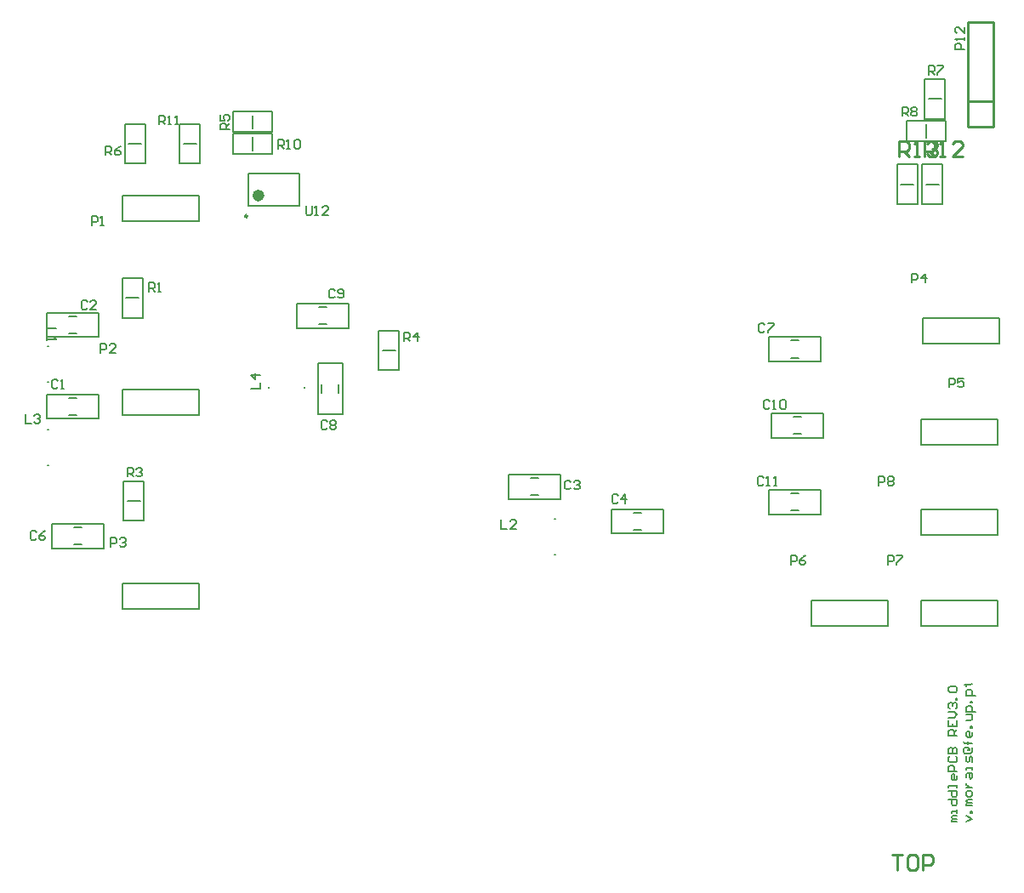
<source format=gbr>
G04 Layer_Color=65535*
%FSLAX26Y26*%
%MOIN*%
%TF.FileFunction,Legend,Top*%
%TF.Part,Single*%
G01*
G75*
%TA.AperFunction,NonConductor*%
%ADD47C,0.009842*%
%ADD48C,0.023622*%
%ADD49C,0.007874*%
%ADD50C,0.005000*%
%ADD51C,0.010000*%
%ADD52C,0.007000*%
D47*
X866142Y2560669D02*
G03*
X866142Y2560669I-4921J0D01*
G01*
D48*
X920472Y2641378D02*
G03*
X920472Y2641378I-11811J0D01*
G01*
D49*
X164252Y1781535D02*
X195748D01*
X164252Y1848465D02*
X195748D01*
X164252Y2101535D02*
X195748D01*
X164252Y2168465D02*
X195748D01*
X1974252Y1466535D02*
X2005748D01*
X1974252Y1533465D02*
X2005748D01*
X2379252Y1331535D02*
X2410748D01*
X2379252Y1398465D02*
X2410748D01*
X184252Y1273535D02*
X215748D01*
X184252Y1340465D02*
X215748D01*
X2994252Y2073150D02*
X3025748D01*
X2994252Y2006220D02*
X3025748D01*
X1223465Y1869252D02*
Y1900748D01*
X1156535Y1869252D02*
Y1900748D01*
X1144252Y2136535D02*
X1175748D01*
X1144252Y2203465D02*
X1175748D01*
X3004252Y1773465D02*
X3035748D01*
X3004252Y1706535D02*
X3035748D01*
X2994252Y1473465D02*
X3025748D01*
X2994252Y1406535D02*
X3025748D01*
X83031Y1909724D02*
X86969D01*
X83031Y2050276D02*
X86969D01*
X2068032Y1234724D02*
X2071968D01*
X2068032Y1375276D02*
X2071968D01*
X83031Y1584724D02*
X86969D01*
X83031Y1725276D02*
X86969D01*
X1090276Y1888032D02*
Y1891968D01*
X949724Y1888032D02*
Y1891968D01*
X675002Y2540000D02*
Y2640000D01*
X375002Y2540000D02*
X675002D01*
X375002D02*
Y2640000D01*
X675002D01*
Y1780500D02*
Y1880500D01*
X375002Y1780500D02*
X675002D01*
X375002D02*
Y1880500D01*
X675002D01*
Y1021000D02*
Y1121000D01*
X375002Y1021000D02*
X675002D01*
X375002D02*
Y1121000D01*
X675002D01*
X3811001Y2060000D02*
Y2160000D01*
X3511001Y2060000D02*
X3811001D01*
X3511001D02*
Y2160000D01*
X3811001D01*
X3504996Y1665000D02*
Y1765000D01*
X3804996D01*
Y1665000D02*
Y1765000D01*
X3504996Y1665000D02*
X3804996D01*
X3375001Y955000D02*
Y1055000D01*
X3075001Y955000D02*
X3375001D01*
X3075001D02*
Y1055000D01*
X3375001D01*
X3804999Y955000D02*
Y1055000D01*
X3504999Y955000D02*
X3804999D01*
X3504999D02*
Y1055000D01*
X3804999D01*
Y1310413D02*
Y1410413D01*
X3504999Y1310413D02*
X3804999D01*
X3504999D02*
Y1410413D01*
X3804999D01*
X389409Y2240000D02*
X440591D01*
X394409Y1445000D02*
X445591D01*
X1394409Y2035000D02*
X1445591D01*
X885000Y2904409D02*
Y2955591D01*
X399409Y2845000D02*
X450591D01*
X3534409Y3020000D02*
X3585591D01*
X3525000Y2869409D02*
Y2920591D01*
X885000Y2819409D02*
Y2870591D01*
X614409Y2845000D02*
X665591D01*
X3524409Y2686000D02*
X3575591D01*
X3425409D02*
X3476591D01*
X869291Y2602008D02*
X1070079D01*
X869291Y2727992D02*
X1070079D01*
X869291Y2602008D02*
Y2727992D01*
X1070079Y2602008D02*
Y2727992D01*
D50*
X79016Y1767165D02*
Y1862835D01*
X280984D01*
Y1767165D02*
Y1862835D01*
X79016Y1767165D02*
X280984D01*
X79016Y2087165D02*
Y2182835D01*
X280984D01*
Y2087165D02*
Y2182835D01*
X79016Y2087165D02*
X280984D01*
X1889016Y1452165D02*
Y1547835D01*
X2090984D01*
Y1452165D02*
Y1547835D01*
X1889016Y1452165D02*
X2090984D01*
X2294016Y1317165D02*
Y1412835D01*
X2495984D01*
Y1317165D02*
Y1412835D01*
X2294016Y1317165D02*
X2495984D01*
X99016Y1259165D02*
Y1354835D01*
X300984D01*
Y1259165D02*
Y1354835D01*
X99016Y1259165D02*
X300984D01*
X3110984Y1991850D02*
Y2087520D01*
X2909016Y1991850D02*
X3110984D01*
X2909016D02*
Y2087520D01*
X3110984D01*
X1142165Y1784016D02*
X1237835D01*
X1142165D02*
Y1985984D01*
X1237835D01*
Y1784016D02*
Y1985984D01*
X1059016Y2122165D02*
Y2217835D01*
X1260984D01*
Y2122165D02*
Y2217835D01*
X1059016Y2122165D02*
X1260984D01*
X3120984Y1692165D02*
Y1787835D01*
X2919016Y1692165D02*
X3120984D01*
X2919016D02*
Y1787835D01*
X3120984D01*
X3110984Y1392165D02*
Y1487835D01*
X2909016Y1392165D02*
X3110984D01*
X2909016D02*
Y1487835D01*
X3110984D01*
X375039Y2162638D02*
X454961D01*
Y2317362D01*
X375039D02*
X454961D01*
X375039Y2162638D02*
Y2317362D01*
X380039Y1367638D02*
X459961D01*
Y1522362D01*
X380039D02*
X459961D01*
X380039Y1367638D02*
Y1522362D01*
X1380039Y1957638D02*
X1459961D01*
Y2112362D01*
X1380039D02*
X1459961D01*
X1380039Y1957638D02*
Y2112362D01*
X962362Y2890039D02*
Y2969961D01*
X807638D02*
X962362D01*
X807638Y2890039D02*
Y2969961D01*
Y2890039D02*
X962362D01*
X385039Y2922362D02*
X464961D01*
X385039Y2767638D02*
Y2922362D01*
Y2767638D02*
X464961D01*
Y2922362D01*
X3520039Y3097362D02*
X3599961D01*
X3520039Y2942638D02*
Y3097362D01*
Y2942638D02*
X3599961D01*
Y3097362D01*
X3602362Y2855039D02*
Y2934961D01*
X3447638D02*
X3602362D01*
X3447638Y2855039D02*
Y2934961D01*
Y2855039D02*
X3602362D01*
X962362Y2805039D02*
Y2884961D01*
X807638D02*
X962362D01*
X807638Y2805039D02*
Y2884961D01*
Y2805039D02*
X962362D01*
X600039Y2922362D02*
X679961D01*
X600039Y2767638D02*
Y2922362D01*
Y2767638D02*
X679961D01*
Y2922362D01*
X3510039Y2763362D02*
X3589961D01*
X3510039Y2608638D02*
Y2763362D01*
Y2608638D02*
X3589961D01*
Y2763362D01*
X3411039D02*
X3490961D01*
X3411039Y2608638D02*
Y2763362D01*
Y2608638D02*
X3490961D01*
Y2763362D01*
D51*
X3690000Y2910000D02*
X3740000D01*
X3690000D02*
Y3010000D01*
X3790000D02*
Y3320000D01*
X3690000D02*
X3790000D01*
X3690000Y3010000D02*
Y3320000D01*
Y3010000D02*
X3790000D01*
Y2910000D02*
Y3010000D01*
X3740000Y2910000D02*
X3790000D01*
X3418952Y2795504D02*
Y2855485D01*
X3448942D01*
X3458939Y2845488D01*
Y2825494D01*
X3448942Y2815497D01*
X3418952D01*
X3438945D02*
X3458939Y2795504D01*
X3478933D02*
X3498926D01*
X3488929D01*
Y2855485D01*
X3478933Y2845488D01*
X3528916D02*
X3538913Y2855485D01*
X3558907D01*
X3568903Y2845488D01*
Y2835491D01*
X3558907Y2825494D01*
X3548910D01*
X3558907D01*
X3568903Y2815497D01*
Y2805501D01*
X3558907Y2795504D01*
X3538913D01*
X3528916Y2805501D01*
X3517952Y2795504D02*
Y2855485D01*
X3547942D01*
X3557939Y2845488D01*
Y2825494D01*
X3547942Y2815497D01*
X3517952D01*
X3537945D02*
X3557939Y2795504D01*
X3577933D02*
X3597926D01*
X3587929D01*
Y2855485D01*
X3577933Y2845488D01*
X3667903Y2795504D02*
X3627916D01*
X3667903Y2835491D01*
Y2845488D01*
X3657907Y2855485D01*
X3637913D01*
X3627916Y2845488D01*
X3393732Y56240D02*
X3433719D01*
X3413726D01*
Y-3740D01*
X3483703Y56240D02*
X3463710D01*
X3453713Y46244D01*
Y6257D01*
X3463710Y-3740D01*
X3483703D01*
X3493700Y6257D01*
Y46244D01*
X3483703Y56240D01*
X3513693Y-3740D02*
Y56240D01*
X3543684D01*
X3553681Y46244D01*
Y26250D01*
X3543684Y16253D01*
X3513693D01*
D52*
X3647551Y187000D02*
X3624225D01*
Y192831D01*
X3630056Y198663D01*
X3647551D01*
X3630056D01*
X3624225Y204494D01*
X3630056Y210326D01*
X3647551D01*
Y221989D02*
Y233652D01*
Y227820D01*
X3624225D01*
Y221989D01*
X3612562Y274472D02*
X3647551D01*
Y256977D01*
X3641719Y251146D01*
X3630056D01*
X3624225Y256977D01*
Y274472D01*
X3612562Y309460D02*
X3647551D01*
Y291966D01*
X3641719Y286135D01*
X3630056D01*
X3624225Y291966D01*
Y309460D01*
X3647551Y321123D02*
Y332786D01*
Y326955D01*
X3612562D01*
Y321123D01*
X3647551Y367775D02*
Y356112D01*
X3641719Y350281D01*
X3630056D01*
X3624225Y356112D01*
Y367775D01*
X3630056Y373606D01*
X3635888D01*
Y350281D01*
X3647551Y385269D02*
X3612562D01*
Y402764D01*
X3618394Y408595D01*
X3630056D01*
X3635888Y402764D01*
Y385269D01*
X3618394Y443584D02*
X3612562Y437752D01*
Y426089D01*
X3618394Y420258D01*
X3641719D01*
X3647551Y426089D01*
Y437752D01*
X3641719Y443584D01*
X3612562Y455247D02*
X3647551D01*
Y472741D01*
X3641719Y478572D01*
X3635888D01*
X3630056Y472741D01*
Y455247D01*
Y472741D01*
X3624225Y478572D01*
X3618394D01*
X3612562Y472741D01*
Y455247D01*
X3647551Y525224D02*
X3612562D01*
Y542718D01*
X3618394Y548550D01*
X3630056D01*
X3635888Y542718D01*
Y525224D01*
Y536887D02*
X3647551Y548550D01*
X3612562Y583538D02*
Y560213D01*
X3647551D01*
Y583538D01*
X3630056Y560213D02*
Y571876D01*
X3612562Y595201D02*
X3635888D01*
X3647551Y606864D01*
X3635888Y618527D01*
X3612562D01*
X3618394Y630190D02*
X3612562Y636021D01*
Y647684D01*
X3618394Y653516D01*
X3624225D01*
X3630056Y647684D01*
Y641853D01*
Y647684D01*
X3635888Y653516D01*
X3641719D01*
X3647551Y647684D01*
Y636021D01*
X3641719Y630190D01*
X3647551Y665179D02*
X3641719D01*
Y671010D01*
X3647551D01*
Y665179D01*
X3618394Y694336D02*
X3612562Y700167D01*
Y711830D01*
X3618394Y717662D01*
X3641719D01*
X3647551Y711830D01*
Y700167D01*
X3641719Y694336D01*
X3618394D01*
X3683011Y187000D02*
X3706337Y198663D01*
X3683011Y210326D01*
X3706337Y221989D02*
X3700506D01*
Y227820D01*
X3706337D01*
Y221989D01*
Y251146D02*
X3683011D01*
Y256977D01*
X3688843Y262809D01*
X3706337D01*
X3688843D01*
X3683011Y268640D01*
X3688843Y274472D01*
X3706337D01*
Y291966D02*
Y303629D01*
X3700506Y309460D01*
X3688843D01*
X3683011Y303629D01*
Y291966D01*
X3688843Y286135D01*
X3700506D01*
X3706337Y291966D01*
X3683011Y321123D02*
X3706337D01*
X3694674D01*
X3688843Y326955D01*
X3683011Y332786D01*
Y338618D01*
Y361943D02*
Y373606D01*
X3688843Y379438D01*
X3706337D01*
Y361943D01*
X3700506Y356112D01*
X3694674Y361943D01*
Y379438D01*
X3706337Y391101D02*
Y402764D01*
Y396932D01*
X3683011D01*
Y391101D01*
X3706337Y420258D02*
Y437752D01*
X3700506Y443584D01*
X3694674Y437752D01*
Y426089D01*
X3688843Y420258D01*
X3683011Y426089D01*
Y443584D01*
X3694674Y472741D02*
X3688843D01*
Y466909D01*
X3694674D01*
Y472741D01*
X3688843Y478572D01*
X3677180D01*
X3671348Y472741D01*
Y461078D01*
X3677180Y455247D01*
X3700506D01*
X3706337Y461078D01*
Y478572D01*
Y496067D02*
X3677180D01*
X3688843D01*
Y490235D01*
Y501898D01*
Y496067D01*
X3677180D01*
X3671348Y501898D01*
X3706337Y536887D02*
Y525224D01*
X3700506Y519393D01*
X3688843D01*
X3683011Y525224D01*
Y536887D01*
X3688843Y542718D01*
X3694674D01*
Y519393D01*
X3706337Y554381D02*
X3700506D01*
Y560213D01*
X3706337D01*
Y554381D01*
X3683011Y583538D02*
X3700506D01*
X3706337Y589370D01*
Y606864D01*
X3683011D01*
X3718000Y618527D02*
X3683011D01*
Y636021D01*
X3688843Y641853D01*
X3700506D01*
X3706337Y636021D01*
Y618527D01*
Y653516D02*
X3700506D01*
Y659347D01*
X3706337D01*
Y653516D01*
X3718000Y682673D02*
X3683011D01*
Y700167D01*
X3688843Y705999D01*
X3700506D01*
X3706337Y700167D01*
Y682673D01*
X3677180Y723493D02*
X3683011D01*
Y717662D01*
Y729325D01*
Y723493D01*
X3700506D01*
X3706337Y729325D01*
X1480000Y2070000D02*
Y2104989D01*
X1497494D01*
X1503326Y2099157D01*
Y2087494D01*
X1497494Y2081663D01*
X1480000D01*
X1491663D02*
X1503326Y2070000D01*
X1532483D02*
Y2104989D01*
X1514989Y2087494D01*
X1538314D01*
X3675000Y3215000D02*
X3640011D01*
Y3232494D01*
X3645843Y3238326D01*
X3657506D01*
X3663337Y3232494D01*
Y3215000D01*
X3675000Y3249989D02*
Y3261652D01*
Y3255820D01*
X3640011D01*
X3645843Y3249989D01*
X3675000Y3302472D02*
Y3279146D01*
X3651674Y3302472D01*
X3645843D01*
X3640011Y3296640D01*
Y3284977D01*
X3645843Y3279146D01*
X880011Y1885000D02*
X915000D01*
Y1908326D01*
Y1937483D02*
X880011D01*
X897506Y1919989D01*
Y1943314D01*
X1208326Y2269157D02*
X1202494Y2274989D01*
X1190831D01*
X1185000Y2269157D01*
Y2245831D01*
X1190831Y2240000D01*
X1202494D01*
X1208326Y2245831D01*
X1219989D02*
X1225820Y2240000D01*
X1237483D01*
X1243314Y2245831D01*
Y2269157D01*
X1237483Y2274989D01*
X1225820D01*
X1219989Y2269157D01*
Y2263326D01*
X1225820Y2257494D01*
X1243314D01*
X1178326Y1754157D02*
X1172494Y1759989D01*
X1160831D01*
X1155000Y1754157D01*
Y1730831D01*
X1160831Y1725000D01*
X1172494D01*
X1178326Y1730831D01*
X1189989Y1754157D02*
X1195820Y1759989D01*
X1207483D01*
X1213314Y1754157D01*
Y1748326D01*
X1207483Y1742494D01*
X1213314Y1736663D01*
Y1730831D01*
X1207483Y1725000D01*
X1195820D01*
X1189989Y1730831D01*
Y1736663D01*
X1195820Y1742494D01*
X1189989Y1748326D01*
Y1754157D01*
X1195820Y1742494D02*
X1207483D01*
X2888326Y1534157D02*
X2882494Y1539989D01*
X2870831D01*
X2865000Y1534157D01*
Y1510831D01*
X2870831Y1505000D01*
X2882494D01*
X2888326Y1510831D01*
X2899989Y1505000D02*
X2911652D01*
X2905820D01*
Y1539989D01*
X2899989Y1534157D01*
X2929146Y1505000D02*
X2940809D01*
X2934977D01*
Y1539989D01*
X2929146Y1534157D01*
X2913326Y1834157D02*
X2907494Y1839989D01*
X2895831D01*
X2890000Y1834157D01*
Y1810831D01*
X2895831Y1805000D01*
X2907494D01*
X2913326Y1810831D01*
X2924989Y1805000D02*
X2936652D01*
X2930820D01*
Y1839989D01*
X2924989Y1834157D01*
X2954146D02*
X2959977Y1839989D01*
X2971640D01*
X2977472Y1834157D01*
Y1810831D01*
X2971640Y1805000D01*
X2959977D01*
X2954146Y1810831D01*
Y1834157D01*
X2893326Y2134157D02*
X2887494Y2139989D01*
X2875831D01*
X2870000Y2134157D01*
Y2110831D01*
X2875831Y2105000D01*
X2887494D01*
X2893326Y2110831D01*
X2904989Y2139989D02*
X2928314D01*
Y2134157D01*
X2904989Y2110831D01*
Y2105000D01*
X1860000Y1369989D02*
Y1335000D01*
X1883326D01*
X1918314D02*
X1894989D01*
X1918314Y1358326D01*
Y1364157D01*
X1912483Y1369989D01*
X1900820D01*
X1894989Y1364157D01*
X2318326Y1464157D02*
X2312494Y1469989D01*
X2300831D01*
X2295000Y1464157D01*
Y1440831D01*
X2300831Y1435000D01*
X2312494D01*
X2318326Y1440831D01*
X2347483Y1435000D02*
Y1469989D01*
X2329989Y1452494D01*
X2353314D01*
X2133326Y1519157D02*
X2127494Y1524989D01*
X2115831D01*
X2110000Y1519157D01*
Y1495831D01*
X2115831Y1490000D01*
X2127494D01*
X2133326Y1495831D01*
X2144989Y1519157D02*
X2150820Y1524989D01*
X2162483D01*
X2168314Y1519157D01*
Y1513326D01*
X2162483Y1507494D01*
X2156652D01*
X2162483D01*
X2168314Y1501663D01*
Y1495831D01*
X2162483Y1490000D01*
X2150820D01*
X2144989Y1495831D01*
X3470000Y2300000D02*
Y2334989D01*
X3487494D01*
X3493326Y2329157D01*
Y2317494D01*
X3487494Y2311663D01*
X3470000D01*
X3522483Y2300000D02*
Y2334989D01*
X3504989Y2317494D01*
X3528314D01*
X329999Y1265000D02*
Y1299989D01*
X347494D01*
X353325Y1294157D01*
Y1282495D01*
X347494Y1276663D01*
X329999D01*
X364988Y1294157D02*
X370819Y1299989D01*
X382482D01*
X388314Y1294157D01*
Y1288326D01*
X382482Y1282495D01*
X376651D01*
X382482D01*
X388314Y1276663D01*
Y1270832D01*
X382482Y1265000D01*
X370819D01*
X364988Y1270832D01*
X290000Y2025000D02*
Y2059989D01*
X307494D01*
X313326Y2054157D01*
Y2042494D01*
X307494Y2036663D01*
X290000D01*
X348315Y2025000D02*
X324989D01*
X348315Y2048326D01*
Y2054157D01*
X342483Y2059989D01*
X330820D01*
X324989Y2054157D01*
X255000Y2525000D02*
Y2559989D01*
X272494D01*
X278326Y2554157D01*
Y2542494D01*
X272494Y2536663D01*
X255000D01*
X289989Y2525000D02*
X301652D01*
X295820D01*
Y2559989D01*
X289989Y2554157D01*
X3615000Y1890000D02*
Y1924989D01*
X3632494D01*
X3638326Y1919157D01*
Y1907494D01*
X3632494Y1901663D01*
X3615000D01*
X3673314Y1924989D02*
X3649989D01*
Y1907494D01*
X3661652Y1913326D01*
X3667483D01*
X3673314Y1907494D01*
Y1895831D01*
X3667483Y1890000D01*
X3655820D01*
X3649989Y1895831D01*
X3375000Y1195000D02*
Y1229989D01*
X3392494D01*
X3398326Y1224157D01*
Y1212494D01*
X3392494Y1206663D01*
X3375000D01*
X3409989Y1229989D02*
X3433314D01*
Y1224157D01*
X3409989Y1200831D01*
Y1195000D01*
X3340000Y1505000D02*
Y1539989D01*
X3357494D01*
X3363326Y1534157D01*
Y1522494D01*
X3357494Y1516663D01*
X3340000D01*
X3374989Y1534157D02*
X3380820Y1539989D01*
X3392483D01*
X3398314Y1534157D01*
Y1528326D01*
X3392483Y1522494D01*
X3398314Y1516663D01*
Y1510831D01*
X3392483Y1505000D01*
X3380820D01*
X3374989Y1510831D01*
Y1516663D01*
X3380820Y1522494D01*
X3374989Y1528326D01*
Y1534157D01*
X3380820Y1522494D02*
X3392483D01*
X2995000Y1195000D02*
Y1229989D01*
X3012494D01*
X3018326Y1224157D01*
Y1212494D01*
X3012494Y1206663D01*
X2995000D01*
X3053314Y1229989D02*
X3041652Y1224157D01*
X3029989Y1212494D01*
Y1200831D01*
X3035820Y1195000D01*
X3047483D01*
X3053314Y1200831D01*
Y1206663D01*
X3047483Y1212494D01*
X3029989D01*
X1094685Y2599989D02*
Y2570831D01*
X1100516Y2565000D01*
X1112179D01*
X1118011Y2570831D01*
Y2599989D01*
X1129674Y2565000D02*
X1141337D01*
X1135505D01*
Y2599989D01*
X1129674Y2594157D01*
X1182157Y2565000D02*
X1158831D01*
X1182157Y2588326D01*
Y2594157D01*
X1176325Y2599989D01*
X1164662D01*
X1158831Y2594157D01*
X123326Y1914669D02*
X117494Y1920501D01*
X105831D01*
X100000Y1914669D01*
Y1891343D01*
X105831Y1885512D01*
X117494D01*
X123326Y1891343D01*
X134989Y1885512D02*
X146652D01*
X140820D01*
Y1920501D01*
X134989Y1914669D01*
X238326Y2224157D02*
X232494Y2229989D01*
X220831D01*
X215000Y2224157D01*
Y2200831D01*
X220831Y2195000D01*
X232494D01*
X238326Y2200831D01*
X273315Y2195000D02*
X249989D01*
X273315Y2218326D01*
Y2224157D01*
X267483Y2229989D01*
X255820D01*
X249989Y2224157D01*
X114989Y2120000D02*
X80000D01*
Y2096674D01*
Y2085011D02*
Y2073348D01*
Y2079180D01*
X114989D01*
X109157Y2085011D01*
X480000Y2265000D02*
Y2299989D01*
X497494D01*
X503326Y2294157D01*
Y2282494D01*
X497494Y2276663D01*
X480000D01*
X491663D02*
X503326Y2265000D01*
X514989D02*
X526652D01*
X520820D01*
Y2299989D01*
X514989Y2294157D01*
X38326Y1321157D02*
X32494Y1326989D01*
X20831D01*
X15000Y1321157D01*
Y1297831D01*
X20831Y1292000D01*
X32494D01*
X38326Y1297831D01*
X73314Y1326989D02*
X61652Y1321157D01*
X49989Y1309494D01*
Y1297831D01*
X55820Y1292000D01*
X67483D01*
X73314Y1297831D01*
Y1303663D01*
X67483Y1309494D01*
X49989D01*
X-5000Y1784477D02*
Y1749488D01*
X18326D01*
X29989Y1778645D02*
X35820Y1784477D01*
X47483D01*
X53315Y1778645D01*
Y1772814D01*
X47483Y1766983D01*
X41652D01*
X47483D01*
X53315Y1761151D01*
Y1755320D01*
X47483Y1749488D01*
X35820D01*
X29989Y1755320D01*
X395000Y1540000D02*
Y1574989D01*
X412494D01*
X418326Y1569157D01*
Y1557494D01*
X412494Y1551663D01*
X395000D01*
X406663D02*
X418326Y1540000D01*
X429989Y1569157D02*
X435820Y1574989D01*
X447483D01*
X453315Y1569157D01*
Y1563326D01*
X447483Y1557494D01*
X441652D01*
X447483D01*
X453315Y1551663D01*
Y1545831D01*
X447483Y1540000D01*
X435820D01*
X429989Y1545831D01*
X795000Y2900000D02*
X760011D01*
Y2917494D01*
X765843Y2923326D01*
X777506D01*
X783337Y2917494D01*
Y2900000D01*
Y2911663D02*
X795000Y2923326D01*
X760011Y2958314D02*
Y2934989D01*
X777506D01*
X771674Y2946652D01*
Y2952483D01*
X777506Y2958314D01*
X789169D01*
X795000Y2952483D01*
Y2940820D01*
X789169Y2934989D01*
X985000Y2825000D02*
Y2859989D01*
X1002494D01*
X1008326Y2854157D01*
Y2842494D01*
X1002494Y2836663D01*
X985000D01*
X996663D02*
X1008326Y2825000D01*
X1019989D02*
X1031652D01*
X1025820D01*
Y2859989D01*
X1019989Y2854157D01*
X1049146D02*
X1054977Y2859989D01*
X1066640D01*
X1072472Y2854157D01*
Y2830831D01*
X1066640Y2825000D01*
X1054977D01*
X1049146Y2830831D01*
Y2854157D01*
X310000Y2800000D02*
Y2834989D01*
X327494D01*
X333326Y2829157D01*
Y2817494D01*
X327494Y2811663D01*
X310000D01*
X321663D02*
X333326Y2800000D01*
X368315Y2834989D02*
X356652Y2829157D01*
X344989Y2817494D01*
Y2805831D01*
X350820Y2800000D01*
X362483D01*
X368315Y2805831D01*
Y2811663D01*
X362483Y2817494D01*
X344989D01*
X520000Y2920000D02*
Y2954989D01*
X537494D01*
X543326Y2949157D01*
Y2937494D01*
X537494Y2931663D01*
X520000D01*
X531663D02*
X543326Y2920000D01*
X554989D02*
X566652D01*
X560820D01*
Y2954989D01*
X554989Y2949157D01*
X584146Y2920000D02*
X595809D01*
X589977D01*
Y2954989D01*
X584146Y2949157D01*
X3535000Y3115000D02*
Y3149989D01*
X3552494D01*
X3558326Y3144157D01*
Y3132494D01*
X3552494Y3126663D01*
X3535000D01*
X3546663D02*
X3558326Y3115000D01*
X3569989Y3149989D02*
X3593314D01*
Y3144157D01*
X3569989Y3120831D01*
Y3115000D01*
X3431909Y2953071D02*
Y2988059D01*
X3449403D01*
X3455235Y2982228D01*
Y2970565D01*
X3449403Y2964734D01*
X3431909D01*
X3443572D02*
X3455235Y2953071D01*
X3466898Y2982228D02*
X3472729Y2988059D01*
X3484392D01*
X3490224Y2982228D01*
Y2976397D01*
X3484392Y2970565D01*
X3490224Y2964734D01*
Y2958902D01*
X3484392Y2953071D01*
X3472729D01*
X3466898Y2958902D01*
Y2964734D01*
X3472729Y2970565D01*
X3466898Y2976397D01*
Y2982228D01*
X3472729Y2970565D02*
X3484392D01*
%TF.MD5,af093cf66ea6bd43903aa631a5c9d329*%
M02*

</source>
